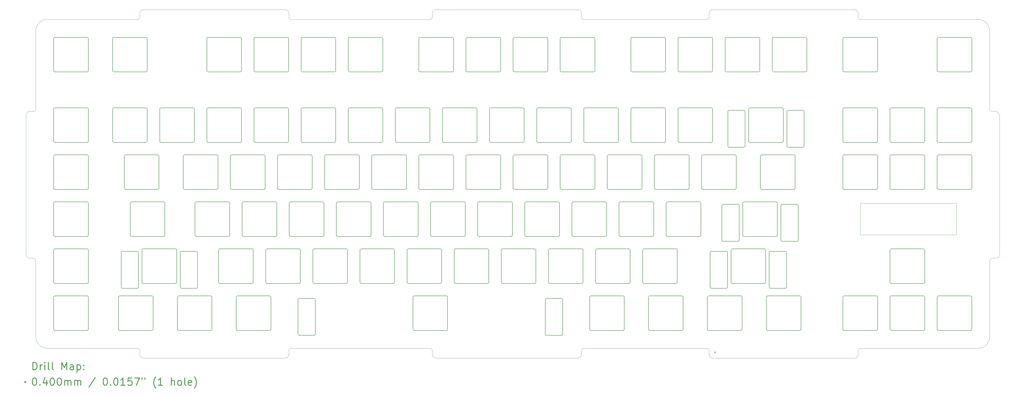
<source format=gbr>
%FSLAX45Y45*%
G04 Gerber Fmt 4.5, Leading zero omitted, Abs format (unit mm)*
G04 Created by KiCad (PCBNEW (5.1.10)-1) date 2021-11-05 23:31:44*
%MOMM*%
%LPD*%
G01*
G04 APERTURE LIST*
%TA.AperFunction,Profile*%
%ADD10C,0.200000*%
%TD*%
%TA.AperFunction,Profile*%
%ADD11C,0.100000*%
%TD*%
%ADD12C,0.200000*%
%ADD13C,0.300000*%
G04 APERTURE END LIST*
D10*
X23905720Y-23320220D02*
G75*
G02*
X23955720Y-23270220I50000J0D01*
G01*
X25255720Y-23270220D02*
G75*
G02*
X25305720Y-23320220I0J-50000D01*
G01*
X22000720Y-23320220D02*
G75*
G02*
X22050720Y-23270220I50000J0D01*
G01*
X25305720Y-23320220D02*
X25305720Y-24620220D01*
X23400720Y-24620220D02*
G75*
G02*
X23350720Y-24670220I-50000J0D01*
G01*
X23955720Y-23270220D02*
X25255720Y-23270220D01*
X23905720Y-23320220D02*
X23905720Y-24620220D01*
X23955720Y-24670220D02*
X25255720Y-24670220D01*
X22050720Y-24670220D02*
G75*
G02*
X22000720Y-24620220I0J50000D01*
G01*
X23350720Y-23270220D02*
G75*
G02*
X23400720Y-23320220I0J-50000D01*
G01*
X19241345Y-28630220D02*
G75*
G02*
X19191345Y-28680220I-50000J0D01*
G01*
X30385095Y-28480220D02*
X31685095Y-28480220D01*
X30335095Y-27130220D02*
X30335095Y-28430220D01*
X15066345Y-27130220D02*
X15066345Y-28430220D01*
X30385095Y-27080220D02*
X31685095Y-27080220D01*
X8665720Y-27130220D02*
X8665720Y-28430220D01*
X13716345Y-28480220D02*
X15016345Y-28480220D01*
X13666345Y-27130220D02*
G75*
G02*
X13716345Y-27080220I50000J0D01*
G01*
X23241345Y-27080220D02*
X24541345Y-27080220D01*
X11335095Y-27080220D02*
X12635095Y-27080220D01*
X13716345Y-28480220D02*
G75*
G02*
X13666345Y-28430220I0J50000D01*
G01*
X15016345Y-27080220D02*
G75*
G02*
X15066345Y-27130220I0J-50000D01*
G01*
X8715720Y-28480220D02*
X10015720Y-28480220D01*
X8715720Y-27080220D02*
X10015720Y-27080220D01*
X43829470Y-25175220D02*
G75*
G02*
X43879470Y-25225220I0J-50000D01*
G01*
X13666345Y-27130220D02*
X13666345Y-28430220D01*
X16097595Y-27080220D02*
X17397595Y-27080220D01*
X17447595Y-28430220D02*
G75*
G02*
X17397595Y-28480220I-50000J0D01*
G01*
X23241345Y-28480220D02*
X24541345Y-28480220D01*
X23191345Y-27130220D02*
X23191345Y-28430220D01*
X28591345Y-28680220D02*
X29191345Y-28680220D01*
X28591345Y-28680220D02*
G75*
G02*
X28541345Y-28630220I0J50000D01*
G01*
X42479470Y-25225220D02*
G75*
G02*
X42529470Y-25175220I50000J0D01*
G01*
X42529470Y-26575220D02*
G75*
G02*
X42479470Y-26525220I0J50000D01*
G01*
X10065720Y-27130220D02*
X10065720Y-28430220D01*
X13716345Y-27080220D02*
X15016345Y-27080220D01*
X16047595Y-27130220D02*
X16047595Y-28430220D01*
X24541345Y-27080220D02*
G75*
G02*
X24591345Y-27130220I0J-50000D01*
G01*
X12685095Y-27130220D02*
X12685095Y-28430220D01*
X11335095Y-28480220D02*
X12635095Y-28480220D01*
X12635095Y-27080220D02*
G75*
G02*
X12685095Y-27130220I0J-50000D01*
G01*
X15066345Y-28430220D02*
G75*
G02*
X15016345Y-28480220I-50000J0D01*
G01*
X29241345Y-27230220D02*
X29241345Y-28630220D01*
X11335095Y-28480220D02*
G75*
G02*
X11285095Y-28430220I0J50000D01*
G01*
X16047595Y-27130220D02*
G75*
G02*
X16097595Y-27080220I50000J0D01*
G01*
X29241345Y-28630220D02*
G75*
G02*
X29191345Y-28680220I-50000J0D01*
G01*
X29191345Y-27180220D02*
G75*
G02*
X29241345Y-27230220I0J-50000D01*
G01*
X18591345Y-27180220D02*
X19191345Y-27180220D01*
X10015720Y-27080220D02*
G75*
G02*
X10065720Y-27130220I0J-50000D01*
G01*
X8715720Y-28480220D02*
G75*
G02*
X8665720Y-28430220I0J50000D01*
G01*
X23191345Y-27130220D02*
G75*
G02*
X23241345Y-27080220I50000J0D01*
G01*
X43879470Y-25225220D02*
X43879470Y-26525220D01*
X12685095Y-28430220D02*
G75*
G02*
X12635095Y-28480220I-50000J0D01*
G01*
X28541345Y-27230220D02*
G75*
G02*
X28591345Y-27180220I50000J0D01*
G01*
X10065720Y-28430220D02*
G75*
G02*
X10015720Y-28480220I-50000J0D01*
G01*
X24591345Y-28430220D02*
G75*
G02*
X24541345Y-28480220I-50000J0D01*
G01*
X18541345Y-27230220D02*
X18541345Y-28630220D01*
X11285095Y-27130220D02*
X11285095Y-28430220D01*
X8665720Y-27130220D02*
G75*
G02*
X8715720Y-27080220I50000J0D01*
G01*
X11285095Y-27130220D02*
G75*
G02*
X11335095Y-27080220I50000J0D01*
G01*
X17447595Y-27130220D02*
X17447595Y-28430220D01*
X16097595Y-28480220D02*
G75*
G02*
X16047595Y-28430220I0J50000D01*
G01*
X24591345Y-27130220D02*
X24591345Y-28430220D01*
X23241345Y-28480220D02*
G75*
G02*
X23191345Y-28430220I0J50000D01*
G01*
X28591345Y-27180220D02*
X29191345Y-27180220D01*
X16097595Y-28480220D02*
X17397595Y-28480220D01*
X28541345Y-27230220D02*
X28541345Y-28630220D01*
X43879470Y-26525220D02*
G75*
G02*
X43829470Y-26575220I-50000J0D01*
G01*
X18591345Y-28680220D02*
X19191345Y-28680220D01*
X19241345Y-27230220D02*
X19241345Y-28630220D01*
X18541345Y-27230220D02*
G75*
G02*
X18591345Y-27180220I50000J0D01*
G01*
X19191345Y-27180220D02*
G75*
G02*
X19241345Y-27230220I0J-50000D01*
G01*
X18591345Y-28680220D02*
G75*
G02*
X18541345Y-28630220I0J50000D01*
G01*
X17397595Y-27080220D02*
G75*
G02*
X17447595Y-27130220I0J-50000D01*
G01*
X42529470Y-28480220D02*
G75*
G02*
X42479470Y-28430220I0J50000D01*
G01*
X45734470Y-27080220D02*
G75*
G02*
X45784470Y-27130220I0J-50000D01*
G01*
X37528845Y-28480220D02*
X38828845Y-28480220D01*
X35147595Y-27080220D02*
X36447595Y-27080220D01*
X31735095Y-28430220D02*
G75*
G02*
X31685095Y-28480220I-50000J0D01*
G01*
X32766345Y-28480220D02*
G75*
G02*
X32716345Y-28430220I0J50000D01*
G01*
X36497595Y-28430220D02*
G75*
G02*
X36447595Y-28480220I-50000J0D01*
G01*
X43829470Y-27080220D02*
G75*
G02*
X43879470Y-27130220I0J-50000D01*
G01*
X34116345Y-28430220D02*
G75*
G02*
X34066345Y-28480220I-50000J0D01*
G01*
X38878845Y-28430220D02*
G75*
G02*
X38828845Y-28480220I-50000J0D01*
G01*
X37478845Y-27130220D02*
G75*
G02*
X37528845Y-27080220I50000J0D01*
G01*
X34066345Y-27080220D02*
G75*
G02*
X34116345Y-27130220I0J-50000D01*
G01*
X42529470Y-27080220D02*
X43829470Y-27080220D01*
X44384470Y-27130220D02*
G75*
G02*
X44434470Y-27080220I50000J0D01*
G01*
X37528845Y-27080220D02*
X38828845Y-27080220D01*
X40574470Y-27130220D02*
X40574470Y-28430220D01*
X37528845Y-28480220D02*
G75*
G02*
X37478845Y-28430220I0J50000D01*
G01*
X45784470Y-27130220D02*
X45784470Y-28430220D01*
X32766345Y-28480220D02*
X34066345Y-28480220D01*
X37478845Y-27130220D02*
X37478845Y-28430220D01*
X43879470Y-27130220D02*
X43879470Y-28430220D01*
X40574470Y-27130220D02*
G75*
G02*
X40624470Y-27080220I50000J0D01*
G01*
X32716345Y-27130220D02*
X32716345Y-28430220D01*
X32716345Y-27130220D02*
G75*
G02*
X32766345Y-27080220I50000J0D01*
G01*
X44384470Y-27130220D02*
X44384470Y-28430220D01*
X41974470Y-28430220D02*
G75*
G02*
X41924470Y-28480220I-50000J0D01*
G01*
X44434470Y-28480220D02*
X45734470Y-28480220D01*
X35097595Y-27130220D02*
G75*
G02*
X35147595Y-27080220I50000J0D01*
G01*
X31735095Y-27130220D02*
X31735095Y-28430220D01*
X32766345Y-27080220D02*
X34066345Y-27080220D01*
X31685095Y-27080220D02*
G75*
G02*
X31735095Y-27130220I0J-50000D01*
G01*
X34116345Y-27130220D02*
X34116345Y-28430220D01*
X40624470Y-27080220D02*
X41924470Y-27080220D01*
X42529470Y-28480220D02*
X43829470Y-28480220D01*
X36497595Y-27130220D02*
X36497595Y-28430220D01*
X42479470Y-27130220D02*
G75*
G02*
X42529470Y-27080220I50000J0D01*
G01*
X41974470Y-27130220D02*
X41974470Y-28430220D01*
X41924470Y-27080220D02*
G75*
G02*
X41974470Y-27130220I0J-50000D01*
G01*
X40624470Y-28480220D02*
X41924470Y-28480220D01*
X43879470Y-28430220D02*
G75*
G02*
X43829470Y-28480220I-50000J0D01*
G01*
X38828845Y-27080220D02*
G75*
G02*
X38878845Y-27130220I0J-50000D01*
G01*
X42479470Y-27130220D02*
X42479470Y-28430220D01*
X44434470Y-27080220D02*
X45734470Y-27080220D01*
X35097595Y-27130220D02*
X35097595Y-28430220D01*
X35147595Y-28480220D02*
X36447595Y-28480220D01*
X35147595Y-28480220D02*
G75*
G02*
X35097595Y-28430220I0J50000D01*
G01*
X38878845Y-27130220D02*
X38878845Y-28430220D01*
X45784470Y-28430220D02*
G75*
G02*
X45734470Y-28480220I-50000J0D01*
G01*
X30335095Y-27130220D02*
G75*
G02*
X30385095Y-27080220I50000J0D01*
G01*
X40624470Y-28480220D02*
G75*
G02*
X40574470Y-28430220I0J50000D01*
G01*
X30385095Y-28480220D02*
G75*
G02*
X30335095Y-28430220I0J50000D01*
G01*
X44434470Y-28480220D02*
G75*
G02*
X44384470Y-28430220I0J50000D01*
G01*
X36447595Y-27080220D02*
G75*
G02*
X36497595Y-27130220I0J-50000D01*
G01*
X19540720Y-23270220D02*
G75*
G02*
X19590720Y-23320220I0J-50000D01*
G01*
X20095720Y-23320220D02*
G75*
G02*
X20145720Y-23270220I50000J0D01*
G01*
X18240720Y-24670220D02*
G75*
G02*
X18190720Y-24620220I0J50000D01*
G01*
X21495720Y-24620220D02*
G75*
G02*
X21445720Y-24670220I-50000J0D01*
G01*
X21445720Y-23270220D02*
G75*
G02*
X21495720Y-23320220I0J-50000D01*
G01*
X22050720Y-23270220D02*
X23350720Y-23270220D01*
X22050720Y-24670220D02*
X23350720Y-24670220D01*
X22000720Y-23320220D02*
X22000720Y-24620220D01*
X23400720Y-23320220D02*
X23400720Y-24620220D01*
X19590720Y-23320220D02*
X19590720Y-24620220D01*
X19590720Y-24620220D02*
G75*
G02*
X19540720Y-24670220I-50000J0D01*
G01*
X20145720Y-23270220D02*
X21445720Y-23270220D01*
X20145720Y-24670220D02*
X21445720Y-24670220D01*
X18190720Y-23320220D02*
G75*
G02*
X18240720Y-23270220I50000J0D01*
G01*
X21495720Y-23320220D02*
X21495720Y-24620220D01*
X20095720Y-23320220D02*
X20095720Y-24620220D01*
X20145720Y-24670220D02*
G75*
G02*
X20095720Y-24620220I0J50000D01*
G01*
X31020720Y-23320220D02*
X31020720Y-24620220D01*
X31575720Y-24670220D02*
X32875720Y-24670220D01*
X34830720Y-23320220D02*
X34830720Y-24620220D01*
X27765720Y-24670220D02*
G75*
G02*
X27715720Y-24620220I0J50000D01*
G01*
X29620720Y-23320220D02*
G75*
G02*
X29670720Y-23270220I50000J0D01*
G01*
X33430720Y-23320220D02*
G75*
G02*
X33480720Y-23270220I50000J0D01*
G01*
X32925720Y-23320220D02*
X32925720Y-24620220D01*
X25860720Y-24670220D02*
G75*
G02*
X25810720Y-24620220I0J50000D01*
G01*
X30970720Y-23270220D02*
G75*
G02*
X31020720Y-23320220I0J-50000D01*
G01*
X36526345Y-23320220D02*
G75*
G02*
X36576345Y-23270220I50000J0D01*
G01*
X36576345Y-24670220D02*
G75*
G02*
X36526345Y-24620220I0J50000D01*
G01*
X29670720Y-23270220D02*
X30970720Y-23270220D01*
X38070145Y-23420220D02*
X38070145Y-24820220D01*
X31575720Y-24670220D02*
G75*
G02*
X31525720Y-24620220I0J50000D01*
G01*
X29115720Y-24620220D02*
G75*
G02*
X29065720Y-24670220I-50000J0D01*
G01*
X37926345Y-23320220D02*
X37926345Y-24620220D01*
X37876345Y-23270220D02*
G75*
G02*
X37926345Y-23320220I0J-50000D01*
G01*
X38720145Y-23370220D02*
G75*
G02*
X38770145Y-23420220I0J-50000D01*
G01*
X35682545Y-23420220D02*
X35682545Y-24820220D01*
X29065720Y-23270220D02*
G75*
G02*
X29115720Y-23320220I0J-50000D01*
G01*
X36576345Y-23270220D02*
X37876345Y-23270220D01*
X27715720Y-23320220D02*
X27715720Y-24620220D01*
X29115720Y-23320220D02*
X29115720Y-24620220D01*
X27715720Y-23320220D02*
G75*
G02*
X27765720Y-23270220I50000J0D01*
G01*
X38120145Y-24870220D02*
G75*
G02*
X38070145Y-24820220I0J50000D01*
G01*
X35682545Y-23420220D02*
G75*
G02*
X35732545Y-23370220I50000J0D01*
G01*
X10065720Y-25225220D02*
X10065720Y-26525220D01*
X8665720Y-25225220D02*
G75*
G02*
X8715720Y-25175220I50000J0D01*
G01*
X10015720Y-25175220D02*
G75*
G02*
X10065720Y-25225220I0J-50000D01*
G01*
X33430720Y-23320220D02*
X33430720Y-24620220D01*
X33480720Y-24670220D02*
G75*
G02*
X33430720Y-24620220I0J50000D01*
G01*
X36382545Y-23420220D02*
X36382545Y-24820220D01*
X29620720Y-23320220D02*
X29620720Y-24620220D01*
X36382545Y-24820220D02*
G75*
G02*
X36332545Y-24870220I-50000J0D01*
G01*
X33480720Y-23270220D02*
X34780720Y-23270220D01*
X35732545Y-24870220D02*
G75*
G02*
X35682545Y-24820220I0J50000D01*
G01*
X31575720Y-23270220D02*
X32875720Y-23270220D01*
X31525720Y-23320220D02*
X31525720Y-24620220D01*
X34830720Y-24620220D02*
G75*
G02*
X34780720Y-24670220I-50000J0D01*
G01*
X34780720Y-23270220D02*
G75*
G02*
X34830720Y-23320220I0J-50000D01*
G01*
X33480720Y-24670220D02*
X34780720Y-24670220D01*
X29670720Y-24670220D02*
G75*
G02*
X29620720Y-24620220I0J50000D01*
G01*
X36576345Y-24670220D02*
X37876345Y-24670220D01*
X36526345Y-23320220D02*
X36526345Y-24620220D01*
X27765720Y-24670220D02*
X29065720Y-24670220D01*
X38120145Y-24870220D02*
X38720145Y-24870220D01*
X38770145Y-23420220D02*
X38770145Y-24820220D01*
X32925720Y-24620220D02*
G75*
G02*
X32875720Y-24670220I-50000J0D01*
G01*
X32875720Y-23270220D02*
G75*
G02*
X32925720Y-23320220I0J-50000D01*
G01*
X37926345Y-24620220D02*
G75*
G02*
X37876345Y-24670220I-50000J0D01*
G01*
X38120145Y-23370220D02*
X38720145Y-23370220D01*
X38070145Y-23420220D02*
G75*
G02*
X38120145Y-23370220I50000J0D01*
G01*
X38770145Y-24820220D02*
G75*
G02*
X38720145Y-24870220I-50000J0D01*
G01*
X35732545Y-23370220D02*
X36332545Y-23370220D01*
X35732545Y-24870220D02*
X36332545Y-24870220D01*
X31525720Y-23320220D02*
G75*
G02*
X31575720Y-23270220I50000J0D01*
G01*
X36332545Y-23370220D02*
G75*
G02*
X36382545Y-23420220I0J-50000D01*
G01*
X8715720Y-25175220D02*
X10015720Y-25175220D01*
X8715720Y-26575220D02*
X10015720Y-26575220D01*
X29670720Y-24670220D02*
X30970720Y-24670220D01*
X8665720Y-25225220D02*
X8665720Y-26525220D01*
X27210720Y-24620220D02*
G75*
G02*
X27160720Y-24670220I-50000J0D01*
G01*
X31020720Y-24620220D02*
G75*
G02*
X30970720Y-24670220I-50000J0D01*
G01*
X27765720Y-23270220D02*
X29065720Y-23270220D01*
X20543220Y-26525220D02*
G75*
G02*
X20493220Y-26575220I-50000J0D01*
G01*
X8715720Y-26575220D02*
G75*
G02*
X8665720Y-26525220I0J50000D01*
G01*
X22953220Y-25225220D02*
G75*
G02*
X23003220Y-25175220I50000J0D01*
G01*
X15383220Y-26575220D02*
X16683220Y-26575220D01*
X24303220Y-25175220D02*
G75*
G02*
X24353220Y-25225220I0J-50000D01*
G01*
X13831395Y-25275220D02*
X14431395Y-25275220D01*
X12093795Y-26725220D02*
G75*
G02*
X12043795Y-26775220I-50000J0D01*
G01*
X15333220Y-25225220D02*
X15333220Y-26525220D01*
X17288220Y-26575220D02*
G75*
G02*
X17238220Y-26525220I0J50000D01*
G01*
X13831395Y-26775220D02*
G75*
G02*
X13781395Y-26725220I0J50000D01*
G01*
X15333220Y-25225220D02*
G75*
G02*
X15383220Y-25175220I50000J0D01*
G01*
X16733220Y-25225220D02*
X16733220Y-26525220D01*
X12237595Y-25225220D02*
X12237595Y-26525220D01*
X12287595Y-26575220D02*
G75*
G02*
X12237595Y-26525220I0J50000D01*
G01*
X13637595Y-26525220D02*
G75*
G02*
X13587595Y-26575220I-50000J0D01*
G01*
X15383220Y-25175220D02*
X16683220Y-25175220D01*
X15383220Y-26575220D02*
G75*
G02*
X15333220Y-26525220I0J50000D01*
G01*
X18588220Y-25175220D02*
G75*
G02*
X18638220Y-25225220I0J-50000D01*
G01*
X18638220Y-26525220D02*
G75*
G02*
X18588220Y-26575220I-50000J0D01*
G01*
X19193220Y-25175220D02*
X20493220Y-25175220D01*
X21048220Y-25225220D02*
G75*
G02*
X21098220Y-25175220I50000J0D01*
G01*
X22398220Y-25175220D02*
G75*
G02*
X22448220Y-25225220I0J-50000D01*
G01*
X12237595Y-25225220D02*
G75*
G02*
X12287595Y-25175220I50000J0D01*
G01*
X21098220Y-26575220D02*
G75*
G02*
X21048220Y-26525220I0J50000D01*
G01*
X13831395Y-26775220D02*
X14431395Y-26775220D01*
X11443795Y-26775220D02*
G75*
G02*
X11393795Y-26725220I0J50000D01*
G01*
X17288220Y-25175220D02*
X18588220Y-25175220D01*
X23003220Y-25175220D02*
X24303220Y-25175220D01*
X11443795Y-26775220D02*
X12043795Y-26775220D01*
X10065720Y-26525220D02*
G75*
G02*
X10015720Y-26575220I-50000J0D01*
G01*
X12287595Y-25175220D02*
X13587595Y-25175220D01*
X13637595Y-25225220D02*
X13637595Y-26525220D01*
X14481395Y-26725220D02*
G75*
G02*
X14431395Y-26775220I-50000J0D01*
G01*
X12093795Y-25325220D02*
X12093795Y-26725220D01*
X11393795Y-25325220D02*
G75*
G02*
X11443795Y-25275220I50000J0D01*
G01*
X16683220Y-25175220D02*
G75*
G02*
X16733220Y-25225220I0J-50000D01*
G01*
X17238220Y-25225220D02*
X17238220Y-26525220D01*
X19143220Y-25225220D02*
G75*
G02*
X19193220Y-25175220I50000J0D01*
G01*
X14481395Y-25325220D02*
X14481395Y-26725220D01*
X13781395Y-25325220D02*
G75*
G02*
X13831395Y-25275220I50000J0D01*
G01*
X20493220Y-25175220D02*
G75*
G02*
X20543220Y-25225220I0J-50000D01*
G01*
X12043795Y-25275220D02*
G75*
G02*
X12093795Y-25325220I0J-50000D01*
G01*
X19193220Y-26575220D02*
G75*
G02*
X19143220Y-26525220I0J50000D01*
G01*
X21098220Y-26575220D02*
X22398220Y-26575220D01*
X14431395Y-25275220D02*
G75*
G02*
X14481395Y-25325220I0J-50000D01*
G01*
X21048220Y-25225220D02*
X21048220Y-26525220D01*
X22448220Y-25225220D02*
X22448220Y-26525220D01*
X11443795Y-25275220D02*
X12043795Y-25275220D01*
X13781395Y-25325220D02*
X13781395Y-26725220D01*
X11393795Y-25325220D02*
X11393795Y-26725220D01*
X17288220Y-26575220D02*
X18588220Y-26575220D01*
X17238220Y-25225220D02*
G75*
G02*
X17288220Y-25175220I50000J0D01*
G01*
X19193220Y-26575220D02*
X20493220Y-26575220D01*
X20543220Y-25225220D02*
X20543220Y-26525220D01*
X23003220Y-26575220D02*
X24303220Y-26575220D01*
X16733220Y-26525220D02*
G75*
G02*
X16683220Y-26575220I-50000J0D01*
G01*
X22953220Y-25225220D02*
X22953220Y-26525220D01*
X13587595Y-25175220D02*
G75*
G02*
X13637595Y-25225220I0J-50000D01*
G01*
X22448220Y-26525220D02*
G75*
G02*
X22398220Y-26575220I-50000J0D01*
G01*
X24353220Y-25225220D02*
X24353220Y-26525220D01*
X21098220Y-25175220D02*
X22398220Y-25175220D01*
X19143220Y-25225220D02*
X19143220Y-26525220D01*
X12287595Y-26575220D02*
X13587595Y-26575220D01*
X18638220Y-25225220D02*
X18638220Y-26525220D01*
X28113220Y-25175220D02*
G75*
G02*
X28163220Y-25225220I0J-50000D01*
G01*
X35256295Y-25275220D02*
X35856295Y-25275220D01*
X35206295Y-25325220D02*
X35206295Y-26725220D01*
X26813220Y-26575220D02*
G75*
G02*
X26763220Y-26525220I0J50000D01*
G01*
X30623220Y-26575220D02*
G75*
G02*
X30573220Y-26525220I0J50000D01*
G01*
X30018220Y-25175220D02*
G75*
G02*
X30068220Y-25225220I0J-50000D01*
G01*
X30573220Y-25225220D02*
G75*
G02*
X30623220Y-25175220I50000J0D01*
G01*
X33828220Y-25175220D02*
G75*
G02*
X33878220Y-25225220I0J-50000D01*
G01*
X24353220Y-26525220D02*
G75*
G02*
X24303220Y-26575220I-50000J0D01*
G01*
X31923220Y-25175220D02*
G75*
G02*
X31973220Y-25225220I0J-50000D01*
G01*
X33878220Y-26525220D02*
G75*
G02*
X33828220Y-26575220I-50000J0D01*
G01*
X24858220Y-25225220D02*
G75*
G02*
X24908220Y-25175220I50000J0D01*
G01*
X26813220Y-25175220D02*
X28113220Y-25175220D01*
X31973220Y-25225220D02*
X31973220Y-26525220D01*
X36050095Y-25225220D02*
X36050095Y-26525220D01*
X32528220Y-26575220D02*
G75*
G02*
X32478220Y-26525220I0J50000D01*
G01*
X37400095Y-25175220D02*
G75*
G02*
X37450095Y-25225220I0J-50000D01*
G01*
X37643895Y-25275220D02*
X38243895Y-25275220D01*
X37643895Y-26775220D02*
G75*
G02*
X37593895Y-26725220I0J50000D01*
G01*
X35906295Y-25325220D02*
X35906295Y-26725220D01*
X36050095Y-25225220D02*
G75*
G02*
X36100095Y-25175220I50000J0D01*
G01*
X35206295Y-25325220D02*
G75*
G02*
X35256295Y-25275220I50000J0D01*
G01*
X30068220Y-26525220D02*
G75*
G02*
X30018220Y-26575220I-50000J0D01*
G01*
X36100095Y-25175220D02*
X37400095Y-25175220D01*
X24908220Y-26575220D02*
X26208220Y-26575220D01*
X26208220Y-25175220D02*
G75*
G02*
X26258220Y-25225220I0J-50000D01*
G01*
X37593895Y-25325220D02*
X37593895Y-26725220D01*
X35256295Y-26775220D02*
X35856295Y-26775220D01*
X35856295Y-25275220D02*
G75*
G02*
X35906295Y-25325220I0J-50000D01*
G01*
X26813220Y-26575220D02*
X28113220Y-26575220D01*
X24908220Y-26575220D02*
G75*
G02*
X24858220Y-26525220I0J50000D01*
G01*
X30623220Y-25175220D02*
X31923220Y-25175220D01*
X30573220Y-25225220D02*
X30573220Y-26525220D01*
X38243895Y-25275220D02*
G75*
G02*
X38293895Y-25325220I0J-50000D01*
G01*
X32478220Y-25225220D02*
X32478220Y-26525220D01*
X28718220Y-26575220D02*
X30018220Y-26575220D01*
X26258220Y-25225220D02*
X26258220Y-26525220D01*
X28163220Y-26525220D02*
G75*
G02*
X28113220Y-26575220I-50000J0D01*
G01*
X26763220Y-25225220D02*
X26763220Y-26525220D01*
X28163220Y-25225220D02*
X28163220Y-26525220D01*
X28718220Y-25175220D02*
X30018220Y-25175220D01*
X30068220Y-25225220D02*
X30068220Y-26525220D01*
X24858220Y-25225220D02*
X24858220Y-26525220D01*
X28718220Y-26575220D02*
G75*
G02*
X28668220Y-26525220I0J50000D01*
G01*
X30623220Y-26575220D02*
X31923220Y-26575220D01*
X32528220Y-26575220D02*
X33828220Y-26575220D01*
X36100095Y-26575220D02*
G75*
G02*
X36050095Y-26525220I0J50000D01*
G01*
X24908220Y-25175220D02*
X26208220Y-25175220D01*
X26763220Y-25225220D02*
G75*
G02*
X26813220Y-25175220I50000J0D01*
G01*
X37450095Y-25225220D02*
X37450095Y-26525220D01*
X32528220Y-25175220D02*
X33828220Y-25175220D01*
X31973220Y-26525220D02*
G75*
G02*
X31923220Y-26575220I-50000J0D01*
G01*
X23003220Y-26575220D02*
G75*
G02*
X22953220Y-26525220I0J50000D01*
G01*
X32478220Y-25225220D02*
G75*
G02*
X32528220Y-25175220I50000J0D01*
G01*
X36100095Y-26575220D02*
X37400095Y-26575220D01*
X28668220Y-25225220D02*
X28668220Y-26525220D01*
X37450095Y-26525220D02*
G75*
G02*
X37400095Y-26575220I-50000J0D01*
G01*
X26258220Y-26525220D02*
G75*
G02*
X26208220Y-26575220I-50000J0D01*
G01*
X28668220Y-25225220D02*
G75*
G02*
X28718220Y-25175220I50000J0D01*
G01*
X37643895Y-26775220D02*
X38243895Y-26775220D01*
X38293895Y-25325220D02*
X38293895Y-26725220D01*
X33878220Y-25225220D02*
X33878220Y-26525220D01*
X37593895Y-25325220D02*
G75*
G02*
X37643895Y-25275220I50000J0D01*
G01*
X38293895Y-26725220D02*
G75*
G02*
X38243895Y-26775220I-50000J0D01*
G01*
X42479470Y-25225220D02*
X42479470Y-26525220D01*
X42529470Y-26575220D02*
X43829470Y-26575220D01*
X35256295Y-26775220D02*
G75*
G02*
X35206295Y-26725220I0J50000D01*
G01*
X35906295Y-26725220D02*
G75*
G02*
X35856295Y-26775220I-50000J0D01*
G01*
X42529470Y-25175220D02*
X43829470Y-25175220D01*
X25810720Y-23320220D02*
X25810720Y-24620220D01*
X23955720Y-24670220D02*
G75*
G02*
X23905720Y-24620220I0J50000D01*
G01*
X25810720Y-23320220D02*
G75*
G02*
X25860720Y-23270220I50000J0D01*
G01*
X25860720Y-24670220D02*
X27160720Y-24670220D01*
X25305720Y-24620220D02*
G75*
G02*
X25255720Y-24670220I-50000J0D01*
G01*
X25860720Y-23270220D02*
X27160720Y-23270220D01*
X27160720Y-23270220D02*
G75*
G02*
X27210720Y-23320220I0J-50000D01*
G01*
X27210720Y-23320220D02*
X27210720Y-24620220D01*
X27239470Y-16652720D02*
G75*
G02*
X27289470Y-16602720I50000J0D01*
G01*
X26684470Y-16602720D02*
G75*
G02*
X26734470Y-16652720I0J-50000D01*
G01*
X26734470Y-17952720D02*
G75*
G02*
X26684470Y-18002720I-50000J0D01*
G01*
X28589470Y-16602720D02*
G75*
G02*
X28639470Y-16652720I0J-50000D01*
G01*
X27289470Y-18002720D02*
G75*
G02*
X27239470Y-17952720I0J50000D01*
G01*
X24779470Y-16602720D02*
G75*
G02*
X24829470Y-16652720I0J-50000D01*
G01*
X29194470Y-16602720D02*
X30494470Y-16602720D01*
X29194470Y-18002720D02*
X30494470Y-18002720D01*
X25384470Y-18002720D02*
G75*
G02*
X25334470Y-17952720I0J50000D01*
G01*
X25334470Y-16652720D02*
G75*
G02*
X25384470Y-16602720I50000J0D01*
G01*
X29144470Y-16652720D02*
X29144470Y-17952720D01*
X25384470Y-18002720D02*
X26684470Y-18002720D01*
X24829470Y-17952720D02*
G75*
G02*
X24779470Y-18002720I-50000J0D01*
G01*
X28639470Y-17952720D02*
G75*
G02*
X28589470Y-18002720I-50000J0D01*
G01*
X30544470Y-16652720D02*
X30544470Y-17952720D01*
X29144470Y-16652720D02*
G75*
G02*
X29194470Y-16602720I50000J0D01*
G01*
X25384470Y-16602720D02*
X26684470Y-16602720D01*
X23479470Y-18002720D02*
G75*
G02*
X23429470Y-17952720I0J50000D01*
G01*
X25334470Y-16652720D02*
X25334470Y-17952720D01*
X26734470Y-16652720D02*
X26734470Y-17952720D01*
X27289470Y-16602720D02*
X28589470Y-16602720D01*
X27289470Y-18002720D02*
X28589470Y-18002720D01*
X27239470Y-16652720D02*
X27239470Y-17952720D01*
X28639470Y-16652720D02*
X28639470Y-17952720D01*
X10015720Y-19460220D02*
G75*
G02*
X10065720Y-19510220I0J-50000D01*
G01*
X33401970Y-17952720D02*
G75*
G02*
X33351970Y-18002720I-50000J0D01*
G01*
X37766970Y-18002720D02*
G75*
G02*
X37716970Y-17952720I0J50000D01*
G01*
X44434470Y-16602720D02*
X45734470Y-16602720D01*
X37766970Y-18002720D02*
X39066970Y-18002720D01*
X35861970Y-18002720D02*
X37161970Y-18002720D01*
X40624470Y-16602720D02*
X41924470Y-16602720D01*
X44434470Y-18002720D02*
X45734470Y-18002720D01*
X37716970Y-16652720D02*
X37716970Y-17952720D01*
X8715720Y-20860220D02*
X10015720Y-20860220D01*
X10065720Y-19510220D02*
X10065720Y-20810220D01*
X30494470Y-16602720D02*
G75*
G02*
X30544470Y-16652720I0J-50000D01*
G01*
X35306970Y-16652720D02*
X35306970Y-17952720D01*
X35306970Y-17952720D02*
G75*
G02*
X35256970Y-18002720I-50000J0D01*
G01*
X35861970Y-16602720D02*
X37161970Y-16602720D01*
X37161970Y-16602720D02*
G75*
G02*
X37211970Y-16652720I0J-50000D01*
G01*
X41974470Y-16652720D02*
X41974470Y-17952720D01*
X8715720Y-19460220D02*
X10015720Y-19460220D01*
X8665720Y-19510220D02*
X8665720Y-20810220D01*
X8715720Y-20860220D02*
G75*
G02*
X8665720Y-20810220I0J50000D01*
G01*
X45734470Y-16602720D02*
G75*
G02*
X45784470Y-16652720I0J-50000D01*
G01*
X10065720Y-20810220D02*
G75*
G02*
X10015720Y-20860220I-50000J0D01*
G01*
X35256970Y-16602720D02*
G75*
G02*
X35306970Y-16652720I0J-50000D01*
G01*
X11096970Y-19460220D02*
X12396970Y-19460220D01*
X35811970Y-16652720D02*
X35811970Y-17952720D01*
X11096970Y-20860220D02*
X12396970Y-20860220D01*
X11046970Y-19510220D02*
X11046970Y-20810220D01*
X12446970Y-19510220D02*
X12446970Y-20810220D01*
X11046970Y-19510220D02*
G75*
G02*
X11096970Y-19460220I50000J0D01*
G01*
X33956970Y-16602720D02*
X35256970Y-16602720D01*
X32001970Y-16652720D02*
X32001970Y-17952720D01*
X33956970Y-18002720D02*
X35256970Y-18002720D01*
X33906970Y-16652720D02*
G75*
G02*
X33956970Y-16602720I50000J0D01*
G01*
X32051970Y-16602720D02*
X33351970Y-16602720D01*
X30544470Y-17952720D02*
G75*
G02*
X30494470Y-18002720I-50000J0D01*
G01*
X32001970Y-16652720D02*
G75*
G02*
X32051970Y-16602720I50000J0D01*
G01*
X37211970Y-17952720D02*
G75*
G02*
X37161970Y-18002720I-50000J0D01*
G01*
X39066970Y-16602720D02*
G75*
G02*
X39116970Y-16652720I0J-50000D01*
G01*
X35811970Y-16652720D02*
G75*
G02*
X35861970Y-16602720I50000J0D01*
G01*
X39116970Y-17952720D02*
G75*
G02*
X39066970Y-18002720I-50000J0D01*
G01*
X41924470Y-16602720D02*
G75*
G02*
X41974470Y-16652720I0J-50000D01*
G01*
X39116970Y-16652720D02*
X39116970Y-17952720D01*
X32051970Y-18002720D02*
G75*
G02*
X32001970Y-17952720I0J50000D01*
G01*
X40624470Y-18002720D02*
G75*
G02*
X40574470Y-17952720I0J50000D01*
G01*
X41974470Y-17952720D02*
G75*
G02*
X41924470Y-18002720I-50000J0D01*
G01*
X44384470Y-16652720D02*
X44384470Y-17952720D01*
X45784470Y-16652720D02*
X45784470Y-17952720D01*
X33351970Y-16602720D02*
G75*
G02*
X33401970Y-16652720I0J-50000D01*
G01*
X37211970Y-16652720D02*
X37211970Y-17952720D01*
X40574470Y-16652720D02*
X40574470Y-17952720D01*
X40574470Y-16652720D02*
G75*
G02*
X40624470Y-16602720I50000J0D01*
G01*
X29194470Y-18002720D02*
G75*
G02*
X29144470Y-17952720I0J50000D01*
G01*
X32051970Y-18002720D02*
X33351970Y-18002720D01*
X44384470Y-16652720D02*
G75*
G02*
X44434470Y-16602720I50000J0D01*
G01*
X44434470Y-18002720D02*
G75*
G02*
X44384470Y-17952720I0J50000D01*
G01*
X40624470Y-18002720D02*
X41924470Y-18002720D01*
X45784470Y-17952720D02*
G75*
G02*
X45734470Y-18002720I-50000J0D01*
G01*
X33956970Y-18002720D02*
G75*
G02*
X33906970Y-17952720I0J50000D01*
G01*
X8665720Y-19510220D02*
G75*
G02*
X8715720Y-19460220I50000J0D01*
G01*
X35861970Y-18002720D02*
G75*
G02*
X35811970Y-17952720I0J50000D01*
G01*
X33401970Y-16652720D02*
X33401970Y-17952720D01*
X37716970Y-16652720D02*
G75*
G02*
X37766970Y-16602720I50000J0D01*
G01*
X33906970Y-16652720D02*
X33906970Y-17952720D01*
X37766970Y-16602720D02*
X39066970Y-16602720D01*
X10065720Y-17952720D02*
G75*
G02*
X10015720Y-18002720I-50000J0D01*
G01*
X8715720Y-18002720D02*
G75*
G02*
X8665720Y-17952720I0J50000D01*
G01*
X16811970Y-18002720D02*
X18111970Y-18002720D01*
X16256970Y-16652720D02*
X16256970Y-17952720D01*
X18666970Y-16652720D02*
X18666970Y-17952720D01*
X14856970Y-16652720D02*
G75*
G02*
X14906970Y-16602720I50000J0D01*
G01*
X12396970Y-16602720D02*
G75*
G02*
X12446970Y-16652720I0J-50000D01*
G01*
X16206970Y-16602720D02*
G75*
G02*
X16256970Y-16652720I0J-50000D01*
G01*
X16811970Y-16602720D02*
X18111970Y-16602720D01*
X18161970Y-17952720D02*
G75*
G02*
X18111970Y-18002720I-50000J0D01*
G01*
X18666970Y-16652720D02*
G75*
G02*
X18716970Y-16602720I50000J0D01*
G01*
X20621970Y-16602720D02*
X21921970Y-16602720D01*
X8715720Y-16602720D02*
X10015720Y-16602720D01*
X11046970Y-16652720D02*
X11046970Y-17952720D01*
X8715720Y-18002720D02*
X10015720Y-18002720D01*
X12446970Y-17952720D02*
G75*
G02*
X12396970Y-18002720I-50000J0D01*
G01*
X14906970Y-16602720D02*
X16206970Y-16602720D01*
X14906970Y-18002720D02*
G75*
G02*
X14856970Y-17952720I0J50000D01*
G01*
X18716970Y-16602720D02*
X20016970Y-16602720D01*
X16811970Y-18002720D02*
G75*
G02*
X16761970Y-17952720I0J50000D01*
G01*
X16761970Y-16652720D02*
G75*
G02*
X16811970Y-16602720I50000J0D01*
G01*
X11096970Y-18002720D02*
X12396970Y-18002720D01*
X18161970Y-16652720D02*
X18161970Y-17952720D01*
X18111970Y-16602720D02*
G75*
G02*
X18161970Y-16652720I0J-50000D01*
G01*
X10015720Y-16602720D02*
G75*
G02*
X10065720Y-16652720I0J-50000D01*
G01*
X12446970Y-16652720D02*
X12446970Y-17952720D01*
X11046970Y-16652720D02*
G75*
G02*
X11096970Y-16602720I50000J0D01*
G01*
X18716970Y-18002720D02*
X20016970Y-18002720D01*
X20016970Y-16602720D02*
G75*
G02*
X20066970Y-16652720I0J-50000D01*
G01*
X18716970Y-18002720D02*
G75*
G02*
X18666970Y-17952720I0J50000D01*
G01*
X20621970Y-18002720D02*
X21921970Y-18002720D01*
X21971970Y-16652720D02*
X21971970Y-17952720D01*
X20571970Y-16652720D02*
X20571970Y-17952720D01*
X21921970Y-16602720D02*
G75*
G02*
X21971970Y-16652720I0J-50000D01*
G01*
X11096970Y-16602720D02*
X12396970Y-16602720D01*
X20621970Y-18002720D02*
G75*
G02*
X20571970Y-17952720I0J50000D01*
G01*
X23479470Y-16602720D02*
X24779470Y-16602720D01*
X23479470Y-18002720D02*
X24779470Y-18002720D01*
X20066970Y-16652720D02*
X20066970Y-17952720D01*
X20571970Y-16652720D02*
G75*
G02*
X20621970Y-16602720I50000J0D01*
G01*
X8665720Y-16652720D02*
G75*
G02*
X8715720Y-16602720I50000J0D01*
G01*
X8665720Y-16652720D02*
X8665720Y-17952720D01*
X11096970Y-18002720D02*
G75*
G02*
X11046970Y-17952720I0J50000D01*
G01*
X16761970Y-16652720D02*
X16761970Y-17952720D01*
X23429470Y-16652720D02*
X23429470Y-17952720D01*
X24829470Y-16652720D02*
X24829470Y-17952720D01*
X20066970Y-17952720D02*
G75*
G02*
X20016970Y-18002720I-50000J0D01*
G01*
X16256970Y-17952720D02*
G75*
G02*
X16206970Y-18002720I-50000J0D01*
G01*
X21971970Y-17952720D02*
G75*
G02*
X21921970Y-18002720I-50000J0D01*
G01*
X14906970Y-18002720D02*
X16206970Y-18002720D01*
X23429470Y-16652720D02*
G75*
G02*
X23479470Y-16602720I50000J0D01*
G01*
X10065720Y-16652720D02*
X10065720Y-17952720D01*
X14856970Y-16652720D02*
X14856970Y-17952720D01*
X19114470Y-21415220D02*
X19114470Y-22715220D01*
X15859470Y-22765220D02*
G75*
G02*
X15809470Y-22715220I0J50000D01*
G01*
X19064470Y-21365220D02*
G75*
G02*
X19114470Y-21415220I0J-50000D01*
G01*
X13904470Y-21415220D02*
G75*
G02*
X13954470Y-21365220I50000J0D01*
G01*
X12923220Y-21415220D02*
X12923220Y-22715220D01*
X15254470Y-21365220D02*
G75*
G02*
X15304470Y-21415220I0J-50000D01*
G01*
X13954470Y-22765220D02*
G75*
G02*
X13904470Y-22715220I0J50000D01*
G01*
X17714470Y-21415220D02*
X17714470Y-22715220D01*
X10065720Y-22715220D02*
G75*
G02*
X10015720Y-22765220I-50000J0D01*
G01*
X13954470Y-22765220D02*
X15254470Y-22765220D01*
X13904470Y-21415220D02*
X13904470Y-22715220D01*
X17209470Y-21415220D02*
X17209470Y-22715220D01*
X17764470Y-22765220D02*
G75*
G02*
X17714470Y-22715220I0J50000D01*
G01*
X10065720Y-21415220D02*
X10065720Y-22715220D01*
X19669470Y-21365220D02*
X20969470Y-21365220D01*
X21524470Y-21415220D02*
X21524470Y-22715220D01*
X21574470Y-22765220D02*
X22874470Y-22765220D01*
X22924470Y-21415220D02*
X22924470Y-22715220D01*
X8665720Y-21415220D02*
X8665720Y-22715220D01*
X21524470Y-21415220D02*
G75*
G02*
X21574470Y-21365220I50000J0D01*
G01*
X22874470Y-21365220D02*
G75*
G02*
X22924470Y-21415220I0J-50000D01*
G01*
X15304470Y-21415220D02*
X15304470Y-22715220D01*
X11573220Y-21365220D02*
X12873220Y-21365220D01*
X11573220Y-22765220D02*
X12873220Y-22765220D01*
X17714470Y-21415220D02*
G75*
G02*
X17764470Y-21365220I50000J0D01*
G01*
X12923220Y-22715220D02*
G75*
G02*
X12873220Y-22765220I-50000J0D01*
G01*
X23479470Y-21365220D02*
X24779470Y-21365220D01*
X19669470Y-22765220D02*
G75*
G02*
X19619470Y-22715220I0J50000D01*
G01*
X13954470Y-21365220D02*
X15254470Y-21365220D01*
X19619470Y-21415220D02*
X19619470Y-22715220D01*
X17159470Y-21365220D02*
G75*
G02*
X17209470Y-21415220I0J-50000D01*
G01*
X21019470Y-22715220D02*
G75*
G02*
X20969470Y-22765220I-50000J0D01*
G01*
X23429470Y-21415220D02*
G75*
G02*
X23479470Y-21365220I50000J0D01*
G01*
X17209470Y-22715220D02*
G75*
G02*
X17159470Y-22765220I-50000J0D01*
G01*
X24779470Y-21365220D02*
G75*
G02*
X24829470Y-21415220I0J-50000D01*
G01*
X24829470Y-22715220D02*
G75*
G02*
X24779470Y-22765220I-50000J0D01*
G01*
X15304470Y-22715220D02*
G75*
G02*
X15254470Y-22765220I-50000J0D01*
G01*
X25384470Y-21365220D02*
X26684470Y-21365220D01*
X15809470Y-21415220D02*
G75*
G02*
X15859470Y-21365220I50000J0D01*
G01*
X11573220Y-22765220D02*
G75*
G02*
X11523220Y-22715220I0J50000D01*
G01*
X15859470Y-21365220D02*
X17159470Y-21365220D01*
X21019470Y-21415220D02*
X21019470Y-22715220D01*
X21574470Y-21365220D02*
X22874470Y-21365220D01*
X21574470Y-22765220D02*
G75*
G02*
X21524470Y-22715220I0J50000D01*
G01*
X22924470Y-22715220D02*
G75*
G02*
X22874470Y-22765220I-50000J0D01*
G01*
X23429470Y-21415220D02*
X23429470Y-22715220D01*
X8715720Y-22765220D02*
G75*
G02*
X8665720Y-22715220I0J50000D01*
G01*
X12873220Y-21365220D02*
G75*
G02*
X12923220Y-21415220I0J-50000D01*
G01*
X8665720Y-21415220D02*
G75*
G02*
X8715720Y-21365220I50000J0D01*
G01*
X19114470Y-22715220D02*
G75*
G02*
X19064470Y-22765220I-50000J0D01*
G01*
X24829470Y-21415220D02*
X24829470Y-22715220D01*
X23479470Y-22765220D02*
G75*
G02*
X23429470Y-22715220I0J50000D01*
G01*
X17764470Y-22765220D02*
X19064470Y-22765220D01*
X23479470Y-22765220D02*
X24779470Y-22765220D01*
X10015720Y-21365220D02*
G75*
G02*
X10065720Y-21415220I0J-50000D01*
G01*
X11523220Y-21415220D02*
X11523220Y-22715220D01*
X11523220Y-21415220D02*
G75*
G02*
X11573220Y-21365220I50000J0D01*
G01*
X15859470Y-22765220D02*
X17159470Y-22765220D01*
X17764470Y-21365220D02*
X19064470Y-21365220D01*
X19669470Y-22765220D02*
X20969470Y-22765220D01*
X19619470Y-21415220D02*
G75*
G02*
X19669470Y-21365220I50000J0D01*
G01*
X20969470Y-21365220D02*
G75*
G02*
X21019470Y-21415220I0J-50000D01*
G01*
X15809470Y-21415220D02*
X15809470Y-22715220D01*
X44434470Y-20860220D02*
X45734470Y-20860220D01*
X45734470Y-19460220D02*
G75*
G02*
X45784470Y-19510220I0J-50000D01*
G01*
X44434470Y-19460220D02*
X45734470Y-19460220D01*
X45784470Y-20810220D02*
G75*
G02*
X45734470Y-20860220I-50000J0D01*
G01*
X40574470Y-19510220D02*
X40574470Y-20810220D01*
X36620670Y-21010220D02*
G75*
G02*
X36570670Y-21060220I-50000J0D01*
G01*
X43879470Y-19510220D02*
X43879470Y-20810220D01*
X41924470Y-19460220D02*
G75*
G02*
X41974470Y-19510220I0J-50000D01*
G01*
X40624470Y-20860220D02*
X41924470Y-20860220D01*
X8715720Y-21365220D02*
X10015720Y-21365220D01*
X41974470Y-20810220D02*
G75*
G02*
X41924470Y-20860220I-50000J0D01*
G01*
X42529470Y-20860220D02*
G75*
G02*
X42479470Y-20810220I0J50000D01*
G01*
X44434470Y-20860220D02*
G75*
G02*
X44384470Y-20810220I0J50000D01*
G01*
X8715720Y-22765220D02*
X10015720Y-22765220D01*
X42479470Y-19510220D02*
X42479470Y-20810220D01*
X42479470Y-19510220D02*
G75*
G02*
X42529470Y-19460220I50000J0D01*
G01*
X41974470Y-19510220D02*
X41974470Y-20810220D01*
X45784470Y-19510220D02*
X45784470Y-20810220D01*
X40624470Y-20860220D02*
G75*
G02*
X40574470Y-20810220I0J50000D01*
G01*
X40574470Y-19510220D02*
G75*
G02*
X40624470Y-19460220I50000J0D01*
G01*
X40624470Y-19460220D02*
X41924470Y-19460220D01*
X42529470Y-19460220D02*
X43829470Y-19460220D01*
X35970670Y-21060220D02*
G75*
G02*
X35920670Y-21010220I0J50000D01*
G01*
X43829470Y-19460220D02*
G75*
G02*
X43879470Y-19510220I0J-50000D01*
G01*
X42529470Y-20860220D02*
X43829470Y-20860220D01*
X43879470Y-20810220D02*
G75*
G02*
X43829470Y-20860220I-50000J0D01*
G01*
X44384470Y-19510220D02*
X44384470Y-20810220D01*
X44384470Y-19510220D02*
G75*
G02*
X44434470Y-19460220I50000J0D01*
G01*
X42479470Y-21415220D02*
G75*
G02*
X42529470Y-21365220I50000J0D01*
G01*
X43829470Y-21365220D02*
G75*
G02*
X43879470Y-21415220I0J-50000D01*
G01*
X41974470Y-22715220D02*
G75*
G02*
X41924470Y-22765220I-50000J0D01*
G01*
X37290720Y-22765220D02*
G75*
G02*
X37240720Y-22715220I0J50000D01*
G01*
X42529470Y-21365220D02*
X43829470Y-21365220D01*
X40574470Y-21415220D02*
G75*
G02*
X40624470Y-21365220I50000J0D01*
G01*
X41924470Y-21365220D02*
G75*
G02*
X41974470Y-21415220I0J-50000D01*
G01*
X42529470Y-22765220D02*
X43829470Y-22765220D01*
X42529470Y-22765220D02*
G75*
G02*
X42479470Y-22715220I0J50000D01*
G01*
X44434470Y-22765220D02*
X45734470Y-22765220D01*
X45784470Y-21415220D02*
X45784470Y-22715220D01*
X45734470Y-21365220D02*
G75*
G02*
X45784470Y-21415220I0J-50000D01*
G01*
X44434470Y-22765220D02*
G75*
G02*
X44384470Y-22715220I0J50000D01*
G01*
X8715720Y-23270220D02*
X10015720Y-23270220D01*
X40624470Y-22765220D02*
G75*
G02*
X40574470Y-22715220I0J50000D01*
G01*
X45784470Y-22715220D02*
G75*
G02*
X45734470Y-22765220I-50000J0D01*
G01*
X8715720Y-24670220D02*
X10015720Y-24670220D01*
X40574470Y-21415220D02*
X40574470Y-22715220D01*
X10065720Y-23320220D02*
X10065720Y-24620220D01*
X41974470Y-21415220D02*
X41974470Y-22715220D01*
X44434470Y-21365220D02*
X45734470Y-21365220D01*
X8665720Y-23320220D02*
G75*
G02*
X8715720Y-23270220I50000J0D01*
G01*
X44384470Y-21415220D02*
X44384470Y-22715220D01*
X10015720Y-23270220D02*
G75*
G02*
X10065720Y-23320220I0J-50000D01*
G01*
X8715720Y-24670220D02*
G75*
G02*
X8665720Y-24620220I0J50000D01*
G01*
X42479470Y-21415220D02*
X42479470Y-22715220D01*
X40624470Y-22765220D02*
X41924470Y-22765220D01*
X40624470Y-21365220D02*
X41924470Y-21365220D01*
X43879470Y-21415220D02*
X43879470Y-22715220D01*
X43879470Y-22715220D02*
G75*
G02*
X43829470Y-22765220I-50000J0D01*
G01*
X44384470Y-21415220D02*
G75*
G02*
X44434470Y-21365220I50000J0D01*
G01*
X8665720Y-23320220D02*
X8665720Y-24620220D01*
X38590720Y-21365220D02*
G75*
G02*
X38640720Y-21415220I0J-50000D01*
G01*
X38640720Y-22715220D02*
G75*
G02*
X38590720Y-22765220I-50000J0D01*
G01*
X32954470Y-21415220D02*
G75*
G02*
X33004470Y-21365220I50000J0D01*
G01*
X34859470Y-21415220D02*
G75*
G02*
X34909470Y-21365220I50000J0D01*
G01*
X28639470Y-22715220D02*
G75*
G02*
X28589470Y-22765220I-50000J0D01*
G01*
X25384470Y-22765220D02*
G75*
G02*
X25334470Y-22715220I0J50000D01*
G01*
X28589470Y-21365220D02*
G75*
G02*
X28639470Y-21415220I0J-50000D01*
G01*
X34354470Y-21415220D02*
X34354470Y-22715220D01*
X26684470Y-21365220D02*
G75*
G02*
X26734470Y-21415220I0J-50000D01*
G01*
X25384470Y-22765220D02*
X26684470Y-22765220D01*
X29144470Y-21415220D02*
X29144470Y-22715220D01*
X30494470Y-21365220D02*
G75*
G02*
X30544470Y-21415220I0J-50000D01*
G01*
X31099470Y-22765220D02*
G75*
G02*
X31049470Y-22715220I0J50000D01*
G01*
X27289470Y-22765220D02*
G75*
G02*
X27239470Y-22715220I0J50000D01*
G01*
X31099470Y-21365220D02*
X32399470Y-21365220D01*
X36259470Y-22715220D02*
G75*
G02*
X36209470Y-22765220I-50000J0D01*
G01*
X37290720Y-21365220D02*
X38590720Y-21365220D01*
X37290720Y-22765220D02*
X38590720Y-22765220D01*
X29144470Y-21415220D02*
G75*
G02*
X29194470Y-21365220I50000J0D01*
G01*
X29194470Y-21365220D02*
X30494470Y-21365220D01*
X33004470Y-22765220D02*
X34304470Y-22765220D01*
X25334470Y-21415220D02*
X25334470Y-22715220D01*
X31049470Y-21415220D02*
X31049470Y-22715220D01*
X34909470Y-22765220D02*
X36209470Y-22765220D01*
X37240720Y-21415220D02*
G75*
G02*
X37290720Y-21365220I50000J0D01*
G01*
X26734470Y-21415220D02*
X26734470Y-22715220D01*
X32399470Y-21365220D02*
G75*
G02*
X32449470Y-21415220I0J-50000D01*
G01*
X34909470Y-21365220D02*
X36209470Y-21365220D01*
X27239470Y-21415220D02*
X27239470Y-22715220D01*
X32449470Y-22715220D02*
G75*
G02*
X32399470Y-22765220I-50000J0D01*
G01*
X34354470Y-22715220D02*
G75*
G02*
X34304470Y-22765220I-50000J0D01*
G01*
X33004470Y-22765220D02*
G75*
G02*
X32954470Y-22715220I0J50000D01*
G01*
X29194470Y-22765220D02*
G75*
G02*
X29144470Y-22715220I0J50000D01*
G01*
X36259470Y-21415220D02*
X36259470Y-22715220D01*
X27289470Y-22765220D02*
X28589470Y-22765220D01*
X32954470Y-21415220D02*
X32954470Y-22715220D01*
X31099470Y-22765220D02*
X32399470Y-22765220D01*
X32449470Y-21415220D02*
X32449470Y-22715220D01*
X30544470Y-22715220D02*
G75*
G02*
X30494470Y-22765220I-50000J0D01*
G01*
X36209470Y-21365220D02*
G75*
G02*
X36259470Y-21415220I0J-50000D01*
G01*
X30544470Y-21415220D02*
X30544470Y-22715220D01*
X33004470Y-21365220D02*
X34304470Y-21365220D01*
X27289470Y-21365220D02*
X28589470Y-21365220D01*
X26734470Y-22715220D02*
G75*
G02*
X26684470Y-22765220I-50000J0D01*
G01*
X27239470Y-21415220D02*
G75*
G02*
X27289470Y-21365220I50000J0D01*
G01*
X29194470Y-22765220D02*
X30494470Y-22765220D01*
X34304470Y-21365220D02*
G75*
G02*
X34354470Y-21415220I0J-50000D01*
G01*
X34859470Y-21415220D02*
X34859470Y-22715220D01*
X25334470Y-21415220D02*
G75*
G02*
X25384470Y-21365220I50000J0D01*
G01*
X31049470Y-21415220D02*
G75*
G02*
X31099470Y-21365220I50000J0D01*
G01*
X34909470Y-22765220D02*
G75*
G02*
X34859470Y-22715220I0J50000D01*
G01*
X37240720Y-21415220D02*
X37240720Y-22715220D01*
X28639470Y-21415220D02*
X28639470Y-22715220D01*
X38640720Y-21415220D02*
X38640720Y-22715220D01*
X31446970Y-19460220D02*
G75*
G02*
X31496970Y-19510220I0J-50000D01*
G01*
X26286970Y-19510220D02*
X26286970Y-20810220D01*
X29591970Y-20810220D02*
G75*
G02*
X29541970Y-20860220I-50000J0D01*
G01*
X33401970Y-19510220D02*
X33401970Y-20810220D01*
X28241970Y-20860220D02*
X29541970Y-20860220D01*
X30146970Y-19460220D02*
X31446970Y-19460220D01*
X30096970Y-19510220D02*
G75*
G02*
X30146970Y-19460220I50000J0D01*
G01*
X30146970Y-20860220D02*
X31446970Y-20860220D01*
X33906970Y-19510220D02*
X33906970Y-20810220D01*
X35306970Y-19510220D02*
X35306970Y-20810220D01*
X36764470Y-19510220D02*
X36764470Y-20810220D01*
X33351970Y-19460220D02*
G75*
G02*
X33401970Y-19510220I0J-50000D01*
G01*
X38358270Y-19560220D02*
X38958270Y-19560220D01*
X38358270Y-21060220D02*
X38958270Y-21060220D01*
X32001970Y-19510220D02*
G75*
G02*
X32051970Y-19460220I50000J0D01*
G01*
X26336970Y-20860220D02*
G75*
G02*
X26286970Y-20810220I0J50000D01*
G01*
X38308270Y-19610220D02*
X38308270Y-21010220D01*
X29591970Y-19510220D02*
X29591970Y-20810220D01*
X30096970Y-19510220D02*
X30096970Y-20810220D01*
X28191970Y-19510220D02*
G75*
G02*
X28241970Y-19460220I50000J0D01*
G01*
X32001970Y-19510220D02*
X32001970Y-20810220D01*
X31496970Y-20810220D02*
G75*
G02*
X31446970Y-20860220I-50000J0D01*
G01*
X32051970Y-19460220D02*
X33351970Y-19460220D01*
X32051970Y-20860220D02*
X33351970Y-20860220D01*
X27636970Y-19460220D02*
G75*
G02*
X27686970Y-19510220I0J-50000D01*
G01*
X36764470Y-19510220D02*
G75*
G02*
X36814470Y-19460220I50000J0D01*
G01*
X39008270Y-19610220D02*
X39008270Y-21010220D01*
X35920670Y-19610220D02*
X35920670Y-21010220D01*
X27686970Y-20810220D02*
G75*
G02*
X27636970Y-20860220I-50000J0D01*
G01*
X26336970Y-20860220D02*
X27636970Y-20860220D01*
X28241970Y-19460220D02*
X29541970Y-19460220D01*
X32051970Y-20860220D02*
G75*
G02*
X32001970Y-20810220I0J50000D01*
G01*
X38114470Y-19460220D02*
G75*
G02*
X38164470Y-19510220I0J-50000D01*
G01*
X38164470Y-20810220D02*
G75*
G02*
X38114470Y-20860220I-50000J0D01*
G01*
X39008270Y-21010220D02*
G75*
G02*
X38958270Y-21060220I-50000J0D01*
G01*
X33956970Y-20860220D02*
G75*
G02*
X33906970Y-20810220I0J50000D01*
G01*
X33906970Y-19510220D02*
G75*
G02*
X33956970Y-19460220I50000J0D01*
G01*
X36814470Y-19460220D02*
X38114470Y-19460220D01*
X26286970Y-19510220D02*
G75*
G02*
X26336970Y-19460220I50000J0D01*
G01*
X33401970Y-20810220D02*
G75*
G02*
X33351970Y-20860220I-50000J0D01*
G01*
X33956970Y-19460220D02*
X35256970Y-19460220D01*
X35256970Y-19460220D02*
G75*
G02*
X35306970Y-19510220I0J-50000D01*
G01*
X38164470Y-19510220D02*
X38164470Y-20810220D01*
X36814470Y-20860220D02*
G75*
G02*
X36764470Y-20810220I0J50000D01*
G01*
X30146970Y-20860220D02*
G75*
G02*
X30096970Y-20810220I0J50000D01*
G01*
X38358270Y-21060220D02*
G75*
G02*
X38308270Y-21010220I0J50000D01*
G01*
X36620670Y-19610220D02*
X36620670Y-21010220D01*
X26336970Y-19460220D02*
X27636970Y-19460220D01*
X28191970Y-19510220D02*
X28191970Y-20810220D01*
X33956970Y-20860220D02*
X35256970Y-20860220D01*
X24431970Y-20860220D02*
G75*
G02*
X24381970Y-20810220I0J50000D01*
G01*
X38308270Y-19610220D02*
G75*
G02*
X38358270Y-19560220I50000J0D01*
G01*
X38958270Y-19560220D02*
G75*
G02*
X39008270Y-19610220I0J-50000D01*
G01*
X35970670Y-21060220D02*
X36570670Y-21060220D01*
X35920670Y-19610220D02*
G75*
G02*
X35970670Y-19560220I50000J0D01*
G01*
X31496970Y-19510220D02*
X31496970Y-20810220D01*
X35306970Y-20810220D02*
G75*
G02*
X35256970Y-20860220I-50000J0D01*
G01*
X29541970Y-19460220D02*
G75*
G02*
X29591970Y-19510220I0J-50000D01*
G01*
X36814470Y-20860220D02*
X38114470Y-20860220D01*
X36570670Y-19560220D02*
G75*
G02*
X36620670Y-19610220I0J-50000D01*
G01*
X28241970Y-20860220D02*
G75*
G02*
X28191970Y-20810220I0J50000D01*
G01*
X25781970Y-20810220D02*
G75*
G02*
X25731970Y-20860220I-50000J0D01*
G01*
X35970670Y-19560220D02*
X36570670Y-19560220D01*
X27686970Y-19510220D02*
X27686970Y-20810220D01*
X16256970Y-19510220D02*
X16256970Y-20810220D01*
X23876970Y-20810220D02*
G75*
G02*
X23826970Y-20860220I-50000J0D01*
G01*
X24431970Y-19460220D02*
X25731970Y-19460220D01*
X20621970Y-20860220D02*
G75*
G02*
X20571970Y-20810220I0J50000D01*
G01*
X24431970Y-20860220D02*
X25731970Y-20860220D01*
X18111970Y-19460220D02*
G75*
G02*
X18161970Y-19510220I0J-50000D01*
G01*
X20571970Y-19510220D02*
G75*
G02*
X20621970Y-19460220I50000J0D01*
G01*
X21971970Y-20810220D02*
G75*
G02*
X21921970Y-20860220I-50000J0D01*
G01*
X25731970Y-19460220D02*
G75*
G02*
X25781970Y-19510220I0J-50000D01*
G01*
X13001970Y-20860220D02*
X14301970Y-20860220D01*
X20066970Y-19510220D02*
X20066970Y-20810220D01*
X12446970Y-20810220D02*
G75*
G02*
X12396970Y-20860220I-50000J0D01*
G01*
X16256970Y-20810220D02*
G75*
G02*
X16206970Y-20860220I-50000J0D01*
G01*
X18161970Y-19510220D02*
X18161970Y-20810220D01*
X16761970Y-19510220D02*
G75*
G02*
X16811970Y-19460220I50000J0D01*
G01*
X21921970Y-19460220D02*
G75*
G02*
X21971970Y-19510220I0J-50000D01*
G01*
X22526970Y-19460220D02*
X23826970Y-19460220D01*
X22526970Y-20860220D02*
X23826970Y-20860220D01*
X23876970Y-19510220D02*
X23876970Y-20810220D01*
X24381970Y-19510220D02*
X24381970Y-20810220D01*
X25781970Y-19510220D02*
X25781970Y-20810220D01*
X16811970Y-20860220D02*
X18111970Y-20860220D01*
X16811970Y-20860220D02*
G75*
G02*
X16761970Y-20810220I0J50000D01*
G01*
X21971970Y-19510220D02*
X21971970Y-20810220D01*
X23826970Y-19460220D02*
G75*
G02*
X23876970Y-19510220I0J-50000D01*
G01*
X24381970Y-19510220D02*
G75*
G02*
X24431970Y-19460220I50000J0D01*
G01*
X18666970Y-19510220D02*
G75*
G02*
X18716970Y-19460220I50000J0D01*
G01*
X13001970Y-19460220D02*
X14301970Y-19460220D01*
X13001970Y-20860220D02*
G75*
G02*
X12951970Y-20810220I0J50000D01*
G01*
X12951970Y-19510220D02*
G75*
G02*
X13001970Y-19460220I50000J0D01*
G01*
X14351970Y-19510220D02*
X14351970Y-20810220D01*
X14906970Y-19460220D02*
X16206970Y-19460220D01*
X14856970Y-19510220D02*
G75*
G02*
X14906970Y-19460220I50000J0D01*
G01*
X16206970Y-19460220D02*
G75*
G02*
X16256970Y-19510220I0J-50000D01*
G01*
X16811970Y-19460220D02*
X18111970Y-19460220D01*
X18716970Y-19460220D02*
X20016970Y-19460220D01*
X12396970Y-19460220D02*
G75*
G02*
X12446970Y-19510220I0J-50000D01*
G01*
X14856970Y-19510220D02*
X14856970Y-20810220D01*
X18716970Y-20860220D02*
X20016970Y-20860220D01*
X18716970Y-20860220D02*
G75*
G02*
X18666970Y-20810220I0J50000D01*
G01*
X11096970Y-20860220D02*
G75*
G02*
X11046970Y-20810220I0J50000D01*
G01*
X14906970Y-20860220D02*
X16206970Y-20860220D01*
X18666970Y-19510220D02*
X18666970Y-20810220D01*
X18161970Y-20810220D02*
G75*
G02*
X18111970Y-20860220I-50000J0D01*
G01*
X20016970Y-19460220D02*
G75*
G02*
X20066970Y-19510220I0J-50000D01*
G01*
X12951970Y-19510220D02*
X12951970Y-20810220D01*
X14301970Y-19460220D02*
G75*
G02*
X14351970Y-19510220I0J-50000D01*
G01*
X20066970Y-20810220D02*
G75*
G02*
X20016970Y-20860220I-50000J0D01*
G01*
X20621970Y-19460220D02*
X21921970Y-19460220D01*
X20621970Y-20860220D02*
X21921970Y-20860220D01*
X20571970Y-19510220D02*
X20571970Y-20810220D01*
X22476970Y-19510220D02*
X22476970Y-20810220D01*
X16761970Y-19510220D02*
X16761970Y-20810220D01*
X14351970Y-20810220D02*
G75*
G02*
X14301970Y-20860220I-50000J0D01*
G01*
X22476970Y-19510220D02*
G75*
G02*
X22526970Y-19460220I50000J0D01*
G01*
X22526970Y-20860220D02*
G75*
G02*
X22476970Y-20810220I0J50000D01*
G01*
X14906970Y-20860220D02*
G75*
G02*
X14856970Y-20810220I0J50000D01*
G01*
X10065720Y-24620220D02*
G75*
G02*
X10015720Y-24670220I-50000J0D01*
G01*
X17685720Y-23320220D02*
X17685720Y-24620220D01*
X17635720Y-23270220D02*
G75*
G02*
X17685720Y-23320220I0J-50000D01*
G01*
X16335720Y-24670220D02*
G75*
G02*
X16285720Y-24620220I0J50000D01*
G01*
X17685720Y-24620220D02*
G75*
G02*
X17635720Y-24670220I-50000J0D01*
G01*
X18240720Y-24670220D02*
X19540720Y-24670220D01*
X18190720Y-23320220D02*
X18190720Y-24620220D01*
X13111345Y-23270220D02*
G75*
G02*
X13161345Y-23320220I0J-50000D01*
G01*
X11811345Y-24670220D02*
G75*
G02*
X11761345Y-24620220I0J50000D01*
G01*
X16335720Y-23270220D02*
X17635720Y-23270220D01*
X11761345Y-23320220D02*
G75*
G02*
X11811345Y-23270220I50000J0D01*
G01*
X14430720Y-23270220D02*
X15730720Y-23270220D01*
X16285720Y-23320220D02*
G75*
G02*
X16335720Y-23270220I50000J0D01*
G01*
X18240720Y-23270220D02*
X19540720Y-23270220D01*
X15780720Y-24620220D02*
G75*
G02*
X15730720Y-24670220I-50000J0D01*
G01*
X15780720Y-23320220D02*
X15780720Y-24620220D01*
X11811345Y-24670220D02*
X13111345Y-24670220D01*
X11761345Y-23320220D02*
X11761345Y-24620220D01*
X14430720Y-24670220D02*
X15730720Y-24670220D01*
X13161345Y-23320220D02*
X13161345Y-24620220D01*
X14380720Y-23320220D02*
X14380720Y-24620220D01*
X15730720Y-23270220D02*
G75*
G02*
X15780720Y-23320220I0J-50000D01*
G01*
X14430720Y-24670220D02*
G75*
G02*
X14380720Y-24620220I0J50000D01*
G01*
X16285720Y-23320220D02*
X16285720Y-24620220D01*
X16335720Y-24670220D02*
X17635720Y-24670220D01*
X14380720Y-23320220D02*
G75*
G02*
X14430720Y-23270220I50000J0D01*
G01*
X13161345Y-24620220D02*
G75*
G02*
X13111345Y-24670220I-50000J0D01*
G01*
X11811345Y-23270220D02*
X13111345Y-23270220D01*
D11*
X45161530Y-23334780D02*
X41272400Y-23334780D01*
X45161530Y-24604700D02*
X45161530Y-23334780D01*
X41272400Y-24604700D02*
X45161530Y-24604700D01*
X41272400Y-23334780D02*
X41272400Y-24604700D01*
X46510820Y-28731940D02*
X46510820Y-25636510D01*
X46510820Y-19525020D02*
X46510820Y-16350220D01*
X46590190Y-19604390D02*
G75*
G02*
X46510820Y-19525020I0J79370D01*
G01*
X46748930Y-19604390D02*
X46590190Y-19604390D01*
X46590190Y-25557140D02*
X46748930Y-25557140D01*
X46510820Y-25636510D02*
G75*
G02*
X46590190Y-25557140I79370J0D01*
G01*
X46907670Y-25398400D02*
G75*
G02*
X46748930Y-25557140I-158740J0D01*
G01*
X46907670Y-19763130D02*
X46907670Y-25398400D01*
X46748930Y-19604390D02*
G75*
G02*
X46907670Y-19763130I0J-158740D01*
G01*
X7937000Y-28731940D02*
X7937000Y-25636510D01*
X7937000Y-19525020D02*
X7937000Y-16350220D01*
X7857630Y-25557140D02*
G75*
G02*
X7937000Y-25636510I0J-79370D01*
G01*
X7540150Y-25398400D02*
X7540150Y-19763130D01*
X7937000Y-19525020D02*
G75*
G02*
X7857630Y-19604390I-79370J0D01*
G01*
X7857630Y-19604390D02*
X7698890Y-19604390D01*
X7540150Y-19763130D02*
G75*
G02*
X7698890Y-19604390I158740J0D01*
G01*
X7698890Y-25557140D02*
X7857630Y-25557140D01*
X7698890Y-25557140D02*
G75*
G02*
X7540150Y-25398400I0J158740D01*
G01*
X12143610Y-29446270D02*
G75*
G03*
X12302350Y-29605010I158740J0D01*
G01*
X46034600Y-29208160D02*
X41272400Y-29208160D01*
X29843120Y-29605010D02*
G75*
G03*
X30001860Y-29446270I0J158740D01*
G01*
X18255100Y-29208160D02*
X23890370Y-29208160D01*
X41272400Y-29208160D02*
G75*
G03*
X41193030Y-29287530I0J-79370D01*
G01*
X12143610Y-29446270D02*
X12143610Y-29287530D01*
X18175730Y-29287530D02*
X18175730Y-29446270D01*
X30001860Y-29287530D02*
X30001860Y-29446270D01*
X23969740Y-29287530D02*
G75*
G03*
X23890370Y-29208160I-79370J0D01*
G01*
X41193030Y-29287530D02*
X41193030Y-29446270D01*
X41034290Y-29605010D02*
G75*
G03*
X41193030Y-29446270I0J158740D01*
G01*
X29843120Y-29605010D02*
X24128480Y-29605010D01*
X35160910Y-29287530D02*
G75*
G03*
X35081540Y-29208160I-79370J0D01*
G01*
X35160910Y-29446270D02*
X35160910Y-29287530D01*
X23969740Y-29446270D02*
X23969740Y-29287530D01*
X30081230Y-29208160D02*
G75*
G03*
X30001860Y-29287530I0J-79370D01*
G01*
X41034290Y-29605010D02*
X35319650Y-29605010D01*
X18016990Y-29605010D02*
G75*
G03*
X18175730Y-29446270I0J158740D01*
G01*
X8413220Y-29208160D02*
X12064240Y-29208160D01*
X35081540Y-29208160D02*
X30081230Y-29208160D01*
X35160910Y-29446270D02*
G75*
G03*
X35319650Y-29605010I158740J0D01*
G01*
X18255100Y-29208160D02*
G75*
G03*
X18175730Y-29287530I0J-79370D01*
G01*
X12143610Y-29287530D02*
G75*
G03*
X12064240Y-29208160I-79370J0D01*
G01*
X18016990Y-29605010D02*
X12302350Y-29605010D01*
X23969740Y-29446270D02*
G75*
G03*
X24128480Y-29605010I158740J0D01*
G01*
X8413220Y-15874000D02*
X12064240Y-15874000D01*
X18255100Y-15874000D02*
X23890370Y-15874000D01*
X35081540Y-15874000D02*
X30081230Y-15874000D01*
X46034600Y-15874000D02*
X41272400Y-15874000D01*
X35160910Y-15635890D02*
G75*
G02*
X35319650Y-15477150I158740J0D01*
G01*
X35160910Y-15635890D02*
X35160910Y-15794630D01*
X41193030Y-15794630D02*
X41193030Y-15635890D01*
X41034290Y-15477150D02*
G75*
G02*
X41193030Y-15635890I0J-158740D01*
G01*
X41272400Y-15874000D02*
G75*
G02*
X41193030Y-15794630I0J79370D01*
G01*
X35160910Y-15794630D02*
G75*
G02*
X35081540Y-15874000I-79370J0D01*
G01*
X41034290Y-15477150D02*
X35319650Y-15477150D01*
X18016990Y-15477150D02*
G75*
G02*
X18175730Y-15635890I0J-158740D01*
G01*
X18175730Y-15794630D02*
X18175730Y-15635890D01*
X12143610Y-15794630D02*
G75*
G02*
X12064240Y-15874000I-79370J0D01*
G01*
X18016990Y-15477150D02*
X12302350Y-15477150D01*
X12143610Y-15635890D02*
X12143610Y-15794630D01*
X18255100Y-15874000D02*
G75*
G02*
X18175730Y-15794630I0J79370D01*
G01*
X12143610Y-15635890D02*
G75*
G02*
X12302350Y-15477150I158740J0D01*
G01*
X29843120Y-15477150D02*
X24128480Y-15477150D01*
X30001860Y-15794630D02*
X30001860Y-15635890D01*
X23969740Y-15635890D02*
G75*
G02*
X24128480Y-15477150I158740J0D01*
G01*
X23969740Y-15794630D02*
G75*
G02*
X23890370Y-15874000I-79370J0D01*
G01*
X23969740Y-15635890D02*
X23969740Y-15794630D01*
X30081230Y-15874000D02*
G75*
G02*
X30001860Y-15794630I0J79370D01*
G01*
X29843120Y-15477150D02*
G75*
G02*
X30001860Y-15635890I0J-158740D01*
G01*
X46510820Y-28731940D02*
G75*
G02*
X46034600Y-29208160I-476220J0D01*
G01*
X46034600Y-15874000D02*
G75*
G02*
X46510820Y-16350220I0J-476220D01*
G01*
X7937000Y-16350220D02*
G75*
G02*
X8413220Y-15874000I476220J0D01*
G01*
X8413220Y-29208160D02*
G75*
G02*
X7937000Y-28731940I0J476220D01*
G01*
D12*
X35379020Y-29346900D02*
X35419020Y-29386900D01*
X35419020Y-29346900D02*
X35379020Y-29386900D01*
D13*
X7821578Y-30075724D02*
X7821578Y-29775724D01*
X7893007Y-29775724D01*
X7935864Y-29790010D01*
X7964436Y-29818581D01*
X7978721Y-29847153D01*
X7993007Y-29904296D01*
X7993007Y-29947153D01*
X7978721Y-30004296D01*
X7964436Y-30032867D01*
X7935864Y-30061439D01*
X7893007Y-30075724D01*
X7821578Y-30075724D01*
X8121578Y-30075724D02*
X8121578Y-29875724D01*
X8121578Y-29932867D02*
X8135864Y-29904296D01*
X8150150Y-29890010D01*
X8178721Y-29875724D01*
X8207293Y-29875724D01*
X8307293Y-30075724D02*
X8307293Y-29875724D01*
X8307293Y-29775724D02*
X8293007Y-29790010D01*
X8307293Y-29804296D01*
X8321578Y-29790010D01*
X8307293Y-29775724D01*
X8307293Y-29804296D01*
X8493007Y-30075724D02*
X8464436Y-30061439D01*
X8450150Y-30032867D01*
X8450150Y-29775724D01*
X8650150Y-30075724D02*
X8621578Y-30061439D01*
X8607293Y-30032867D01*
X8607293Y-29775724D01*
X8993007Y-30075724D02*
X8993007Y-29775724D01*
X9093007Y-29990010D01*
X9193007Y-29775724D01*
X9193007Y-30075724D01*
X9464436Y-30075724D02*
X9464436Y-29918581D01*
X9450150Y-29890010D01*
X9421578Y-29875724D01*
X9364436Y-29875724D01*
X9335864Y-29890010D01*
X9464436Y-30061439D02*
X9435864Y-30075724D01*
X9364436Y-30075724D01*
X9335864Y-30061439D01*
X9321578Y-30032867D01*
X9321578Y-30004296D01*
X9335864Y-29975724D01*
X9364436Y-29961439D01*
X9435864Y-29961439D01*
X9464436Y-29947153D01*
X9607293Y-29875724D02*
X9607293Y-30175724D01*
X9607293Y-29890010D02*
X9635864Y-29875724D01*
X9693007Y-29875724D01*
X9721578Y-29890010D01*
X9735864Y-29904296D01*
X9750150Y-29932867D01*
X9750150Y-30018581D01*
X9735864Y-30047153D01*
X9721578Y-30061439D01*
X9693007Y-30075724D01*
X9635864Y-30075724D01*
X9607293Y-30061439D01*
X9878721Y-30047153D02*
X9893007Y-30061439D01*
X9878721Y-30075724D01*
X9864436Y-30061439D01*
X9878721Y-30047153D01*
X9878721Y-30075724D01*
X9878721Y-29890010D02*
X9893007Y-29904296D01*
X9878721Y-29918581D01*
X9864436Y-29904296D01*
X9878721Y-29890010D01*
X9878721Y-29918581D01*
X7495150Y-30550010D02*
X7535150Y-30590010D01*
X7535150Y-30550010D02*
X7495150Y-30590010D01*
X7878721Y-30405724D02*
X7907293Y-30405724D01*
X7935864Y-30420010D01*
X7950150Y-30434296D01*
X7964436Y-30462867D01*
X7978721Y-30520010D01*
X7978721Y-30591439D01*
X7964436Y-30648581D01*
X7950150Y-30677153D01*
X7935864Y-30691439D01*
X7907293Y-30705724D01*
X7878721Y-30705724D01*
X7850150Y-30691439D01*
X7835864Y-30677153D01*
X7821578Y-30648581D01*
X7807293Y-30591439D01*
X7807293Y-30520010D01*
X7821578Y-30462867D01*
X7835864Y-30434296D01*
X7850150Y-30420010D01*
X7878721Y-30405724D01*
X8107293Y-30677153D02*
X8121578Y-30691439D01*
X8107293Y-30705724D01*
X8093007Y-30691439D01*
X8107293Y-30677153D01*
X8107293Y-30705724D01*
X8378721Y-30505724D02*
X8378721Y-30705724D01*
X8307293Y-30391439D02*
X8235864Y-30605724D01*
X8421578Y-30605724D01*
X8593007Y-30405724D02*
X8621578Y-30405724D01*
X8650150Y-30420010D01*
X8664436Y-30434296D01*
X8678721Y-30462867D01*
X8693007Y-30520010D01*
X8693007Y-30591439D01*
X8678721Y-30648581D01*
X8664436Y-30677153D01*
X8650150Y-30691439D01*
X8621578Y-30705724D01*
X8593007Y-30705724D01*
X8564436Y-30691439D01*
X8550150Y-30677153D01*
X8535864Y-30648581D01*
X8521578Y-30591439D01*
X8521578Y-30520010D01*
X8535864Y-30462867D01*
X8550150Y-30434296D01*
X8564436Y-30420010D01*
X8593007Y-30405724D01*
X8878721Y-30405724D02*
X8907293Y-30405724D01*
X8935864Y-30420010D01*
X8950150Y-30434296D01*
X8964436Y-30462867D01*
X8978721Y-30520010D01*
X8978721Y-30591439D01*
X8964436Y-30648581D01*
X8950150Y-30677153D01*
X8935864Y-30691439D01*
X8907293Y-30705724D01*
X8878721Y-30705724D01*
X8850150Y-30691439D01*
X8835864Y-30677153D01*
X8821578Y-30648581D01*
X8807293Y-30591439D01*
X8807293Y-30520010D01*
X8821578Y-30462867D01*
X8835864Y-30434296D01*
X8850150Y-30420010D01*
X8878721Y-30405724D01*
X9107293Y-30705724D02*
X9107293Y-30505724D01*
X9107293Y-30534296D02*
X9121578Y-30520010D01*
X9150150Y-30505724D01*
X9193007Y-30505724D01*
X9221578Y-30520010D01*
X9235864Y-30548581D01*
X9235864Y-30705724D01*
X9235864Y-30548581D02*
X9250150Y-30520010D01*
X9278721Y-30505724D01*
X9321578Y-30505724D01*
X9350150Y-30520010D01*
X9364436Y-30548581D01*
X9364436Y-30705724D01*
X9507293Y-30705724D02*
X9507293Y-30505724D01*
X9507293Y-30534296D02*
X9521578Y-30520010D01*
X9550150Y-30505724D01*
X9593007Y-30505724D01*
X9621578Y-30520010D01*
X9635864Y-30548581D01*
X9635864Y-30705724D01*
X9635864Y-30548581D02*
X9650150Y-30520010D01*
X9678721Y-30505724D01*
X9721578Y-30505724D01*
X9750150Y-30520010D01*
X9764436Y-30548581D01*
X9764436Y-30705724D01*
X10350150Y-30391439D02*
X10093007Y-30777153D01*
X10735864Y-30405724D02*
X10764436Y-30405724D01*
X10793007Y-30420010D01*
X10807293Y-30434296D01*
X10821578Y-30462867D01*
X10835864Y-30520010D01*
X10835864Y-30591439D01*
X10821578Y-30648581D01*
X10807293Y-30677153D01*
X10793007Y-30691439D01*
X10764436Y-30705724D01*
X10735864Y-30705724D01*
X10707293Y-30691439D01*
X10693007Y-30677153D01*
X10678721Y-30648581D01*
X10664436Y-30591439D01*
X10664436Y-30520010D01*
X10678721Y-30462867D01*
X10693007Y-30434296D01*
X10707293Y-30420010D01*
X10735864Y-30405724D01*
X10964436Y-30677153D02*
X10978721Y-30691439D01*
X10964436Y-30705724D01*
X10950150Y-30691439D01*
X10964436Y-30677153D01*
X10964436Y-30705724D01*
X11164436Y-30405724D02*
X11193007Y-30405724D01*
X11221578Y-30420010D01*
X11235864Y-30434296D01*
X11250150Y-30462867D01*
X11264436Y-30520010D01*
X11264436Y-30591439D01*
X11250150Y-30648581D01*
X11235864Y-30677153D01*
X11221578Y-30691439D01*
X11193007Y-30705724D01*
X11164436Y-30705724D01*
X11135864Y-30691439D01*
X11121578Y-30677153D01*
X11107293Y-30648581D01*
X11093007Y-30591439D01*
X11093007Y-30520010D01*
X11107293Y-30462867D01*
X11121578Y-30434296D01*
X11135864Y-30420010D01*
X11164436Y-30405724D01*
X11550150Y-30705724D02*
X11378721Y-30705724D01*
X11464436Y-30705724D02*
X11464436Y-30405724D01*
X11435864Y-30448581D01*
X11407293Y-30477153D01*
X11378721Y-30491439D01*
X11821578Y-30405724D02*
X11678721Y-30405724D01*
X11664436Y-30548581D01*
X11678721Y-30534296D01*
X11707293Y-30520010D01*
X11778721Y-30520010D01*
X11807293Y-30534296D01*
X11821578Y-30548581D01*
X11835864Y-30577153D01*
X11835864Y-30648581D01*
X11821578Y-30677153D01*
X11807293Y-30691439D01*
X11778721Y-30705724D01*
X11707293Y-30705724D01*
X11678721Y-30691439D01*
X11664436Y-30677153D01*
X11935864Y-30405724D02*
X12135864Y-30405724D01*
X12007293Y-30705724D01*
X12235864Y-30405724D02*
X12235864Y-30462867D01*
X12350150Y-30405724D02*
X12350150Y-30462867D01*
X12793007Y-30820010D02*
X12778721Y-30805724D01*
X12750150Y-30762867D01*
X12735864Y-30734296D01*
X12721578Y-30691439D01*
X12707293Y-30620010D01*
X12707293Y-30562867D01*
X12721578Y-30491439D01*
X12735864Y-30448581D01*
X12750150Y-30420010D01*
X12778721Y-30377153D01*
X12793007Y-30362867D01*
X13064436Y-30705724D02*
X12893007Y-30705724D01*
X12978721Y-30705724D02*
X12978721Y-30405724D01*
X12950150Y-30448581D01*
X12921578Y-30477153D01*
X12893007Y-30491439D01*
X13421578Y-30705724D02*
X13421578Y-30405724D01*
X13550150Y-30705724D02*
X13550150Y-30548581D01*
X13535864Y-30520010D01*
X13507293Y-30505724D01*
X13464436Y-30505724D01*
X13435864Y-30520010D01*
X13421578Y-30534296D01*
X13735864Y-30705724D02*
X13707293Y-30691439D01*
X13693007Y-30677153D01*
X13678721Y-30648581D01*
X13678721Y-30562867D01*
X13693007Y-30534296D01*
X13707293Y-30520010D01*
X13735864Y-30505724D01*
X13778721Y-30505724D01*
X13807293Y-30520010D01*
X13821578Y-30534296D01*
X13835864Y-30562867D01*
X13835864Y-30648581D01*
X13821578Y-30677153D01*
X13807293Y-30691439D01*
X13778721Y-30705724D01*
X13735864Y-30705724D01*
X14007293Y-30705724D02*
X13978721Y-30691439D01*
X13964436Y-30662867D01*
X13964436Y-30405724D01*
X14235864Y-30691439D02*
X14207293Y-30705724D01*
X14150150Y-30705724D01*
X14121578Y-30691439D01*
X14107293Y-30662867D01*
X14107293Y-30548581D01*
X14121578Y-30520010D01*
X14150150Y-30505724D01*
X14207293Y-30505724D01*
X14235864Y-30520010D01*
X14250150Y-30548581D01*
X14250150Y-30577153D01*
X14107293Y-30605724D01*
X14350150Y-30820010D02*
X14364436Y-30805724D01*
X14393007Y-30762867D01*
X14407293Y-30734296D01*
X14421578Y-30691439D01*
X14435864Y-30620010D01*
X14435864Y-30562867D01*
X14421578Y-30491439D01*
X14407293Y-30448581D01*
X14393007Y-30420010D01*
X14364436Y-30377153D01*
X14350150Y-30362867D01*
M02*

</source>
